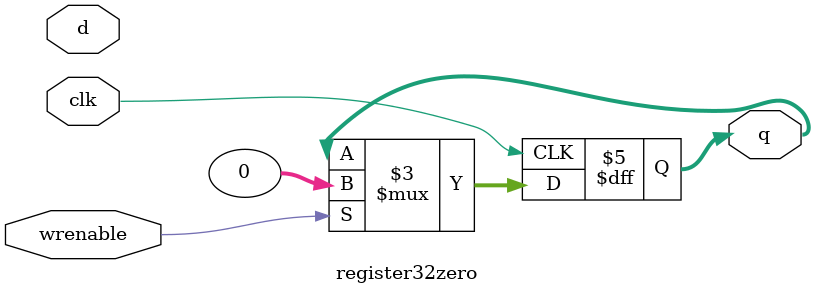
<source format=v>
module register
(
output reg	q,
input		d,
input		wrenable,
input		clk
);

    always @(posedge clk) begin
        if(wrenable) begin
            q = d;
        end
    end

endmodule

//Assignes d to q if clk and write enable are on
module register32
(
output reg 	[31:0] q,
input 		[31:0] d,
input 		wrenable,
input 		clk
);

	always @(posedge clk) begin
		if(wrenable) begin
			q = d;
		end
	end
endmodule



//Assignes 32'b0 to q if clk and write enable are on
module register32zero
(
output reg 	[31:0] q,
input 		[31:0] d,
input 		wrenable,
input 		clk
);

	always @(posedge clk) begin
		if(wrenable) begin
			q = 32'b0;
		end
	end
endmodule
</source>
